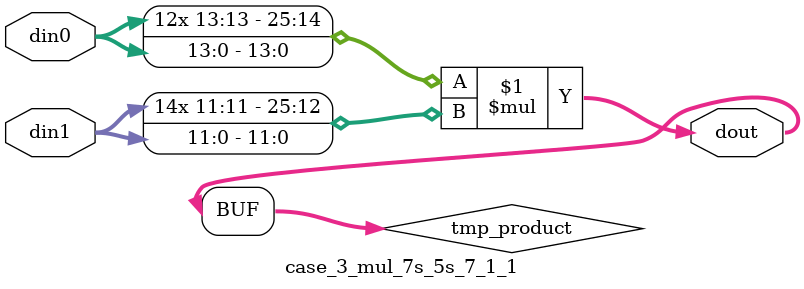
<source format=v>

`timescale 1 ns / 1 ps

 module case_3_mul_7s_5s_7_1_1(din0, din1, dout);
parameter ID = 1;
parameter NUM_STAGE = 0;
parameter din0_WIDTH = 14;
parameter din1_WIDTH = 12;
parameter dout_WIDTH = 26;

input [din0_WIDTH - 1 : 0] din0; 
input [din1_WIDTH - 1 : 0] din1; 
output [dout_WIDTH - 1 : 0] dout;

wire signed [dout_WIDTH - 1 : 0] tmp_product;



























assign tmp_product = $signed(din0) * $signed(din1);








assign dout = tmp_product;





















endmodule

</source>
